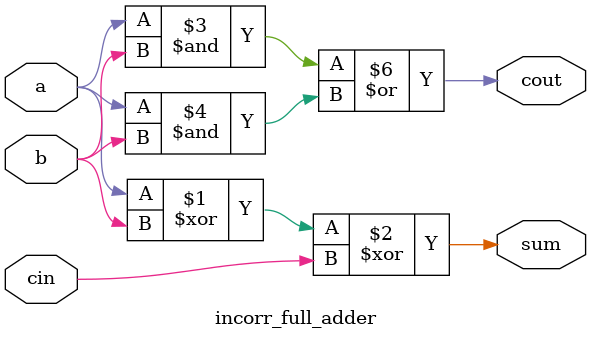
<source format=v>
module incorr_full_adder(a,b,cin,sum,cout);
input a,b,cin;
output sum,cout;
assign sum = a^b^cin;
assign cout = a&b|1'b1&(a&b); 
// initial begin
//     $display("The incorrect adder with and1 having in1/1");
// end   
endmodule
</source>
